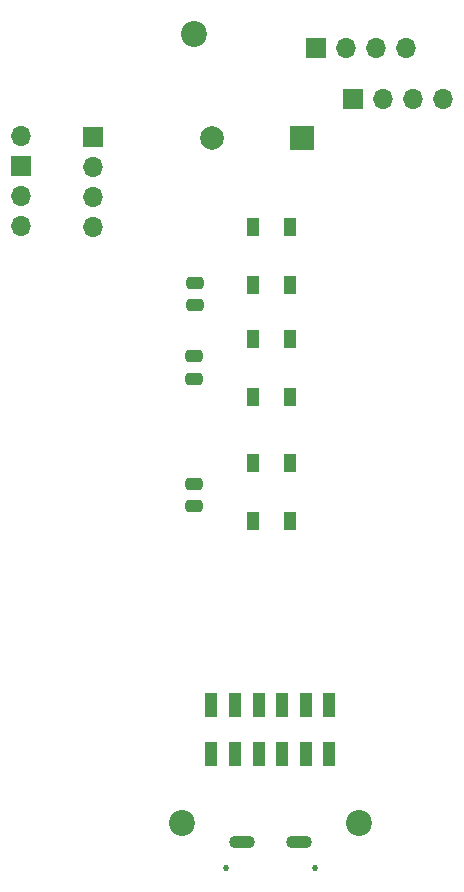
<source format=gbr>
%TF.GenerationSoftware,KiCad,Pcbnew,6.0.2+dfsg-1*%
%TF.CreationDate,2022-11-26T14:15:53-05:00*%
%TF.ProjectId,vindick,76696e64-6963-46b2-9e6b-696361645f70,rev?*%
%TF.SameCoordinates,Original*%
%TF.FileFunction,Soldermask,Bot*%
%TF.FilePolarity,Negative*%
%FSLAX46Y46*%
G04 Gerber Fmt 4.6, Leading zero omitted, Abs format (unit mm)*
G04 Created by KiCad (PCBNEW 6.0.2+dfsg-1) date 2022-11-26 14:15:53*
%MOMM*%
%LPD*%
G01*
G04 APERTURE LIST*
G04 Aperture macros list*
%AMRoundRect*
0 Rectangle with rounded corners*
0 $1 Rounding radius*
0 $2 $3 $4 $5 $6 $7 $8 $9 X,Y pos of 4 corners*
0 Add a 4 corners polygon primitive as box body*
4,1,4,$2,$3,$4,$5,$6,$7,$8,$9,$2,$3,0*
0 Add four circle primitives for the rounded corners*
1,1,$1+$1,$2,$3*
1,1,$1+$1,$4,$5*
1,1,$1+$1,$6,$7*
1,1,$1+$1,$8,$9*
0 Add four rect primitives between the rounded corners*
20,1,$1+$1,$2,$3,$4,$5,0*
20,1,$1+$1,$4,$5,$6,$7,0*
20,1,$1+$1,$6,$7,$8,$9,0*
20,1,$1+$1,$8,$9,$2,$3,0*%
G04 Aperture macros list end*
%ADD10R,1.700000X1.700000*%
%ADD11O,1.700000X1.700000*%
%ADD12R,2.000000X2.000000*%
%ADD13C,2.000000*%
%ADD14R,1.000000X2.000000*%
%ADD15C,0.520000*%
%ADD16O,2.200000X1.100000*%
%ADD17C,2.200000*%
%ADD18RoundRect,0.250000X-0.475000X0.250000X-0.475000X-0.250000X0.475000X-0.250000X0.475000X0.250000X0*%
%ADD19R,1.000000X1.500000*%
G04 APERTURE END LIST*
D10*
%TO.C,I2C1*%
X38800000Y-70380000D03*
D11*
X38800000Y-67880000D03*
X38800000Y-72960000D03*
X38800000Y-75500000D03*
%TD*%
D12*
%TO.C,BZ1*%
X62600000Y-68000000D03*
D13*
X55000000Y-68000000D03*
%TD*%
D14*
%TO.C,J3*%
X64900000Y-120200000D03*
X62900000Y-120200000D03*
X60900000Y-120200000D03*
X58900000Y-120200000D03*
X56900000Y-120200000D03*
X54900000Y-120200000D03*
%TD*%
%TO.C,J2*%
X64900000Y-116000000D03*
X62900000Y-116000000D03*
X60900000Y-116000000D03*
X58900000Y-116000000D03*
X56900000Y-116000000D03*
X54900000Y-116000000D03*
%TD*%
D15*
%TO.C,J1*%
X63650000Y-129800000D03*
X56150000Y-129800000D03*
D16*
X57500000Y-127650000D03*
X62300000Y-127650000D03*
%TD*%
D17*
%TO.C,REF\u002A\u002A*%
X52400000Y-126000000D03*
%TD*%
%TO.C,REF\u002A\u002A*%
X67400000Y-126000000D03*
%TD*%
%TO.C,REF\u002A\u002A*%
X53400000Y-59250000D03*
%TD*%
D10*
%TO.C,I2C2*%
X44900000Y-67900000D03*
D11*
X44900000Y-70440000D03*
X44900000Y-72980000D03*
X44900000Y-75520000D03*
%TD*%
D10*
%TO.C,I2C3*%
X66920000Y-64700000D03*
D11*
X69460000Y-64700000D03*
X72000000Y-64700000D03*
X74540000Y-64700000D03*
%TD*%
D10*
%TO.C,I2C4*%
X63800000Y-60400000D03*
D11*
X66340000Y-60400000D03*
X71420000Y-60400000D03*
X68880000Y-60400000D03*
%TD*%
D18*
%TO.C,C2*%
X53400000Y-97300000D03*
X53400000Y-99200000D03*
%TD*%
%TO.C,C3*%
X53400000Y-86500000D03*
X53400000Y-88400000D03*
%TD*%
%TO.C,C5*%
X53500000Y-80300000D03*
X53500000Y-82200000D03*
%TD*%
D19*
%TO.C,D3*%
X58400000Y-85050000D03*
X61600000Y-85050000D03*
X61600000Y-89950000D03*
X58400000Y-89950000D03*
%TD*%
%TO.C,D4*%
X58400000Y-75550000D03*
X61600000Y-75550000D03*
X61600000Y-80450000D03*
X58400000Y-80450000D03*
%TD*%
%TO.C,D2*%
X58400000Y-95550000D03*
X61600000Y-95550000D03*
X61600000Y-100450000D03*
X58400000Y-100450000D03*
%TD*%
M02*

</source>
